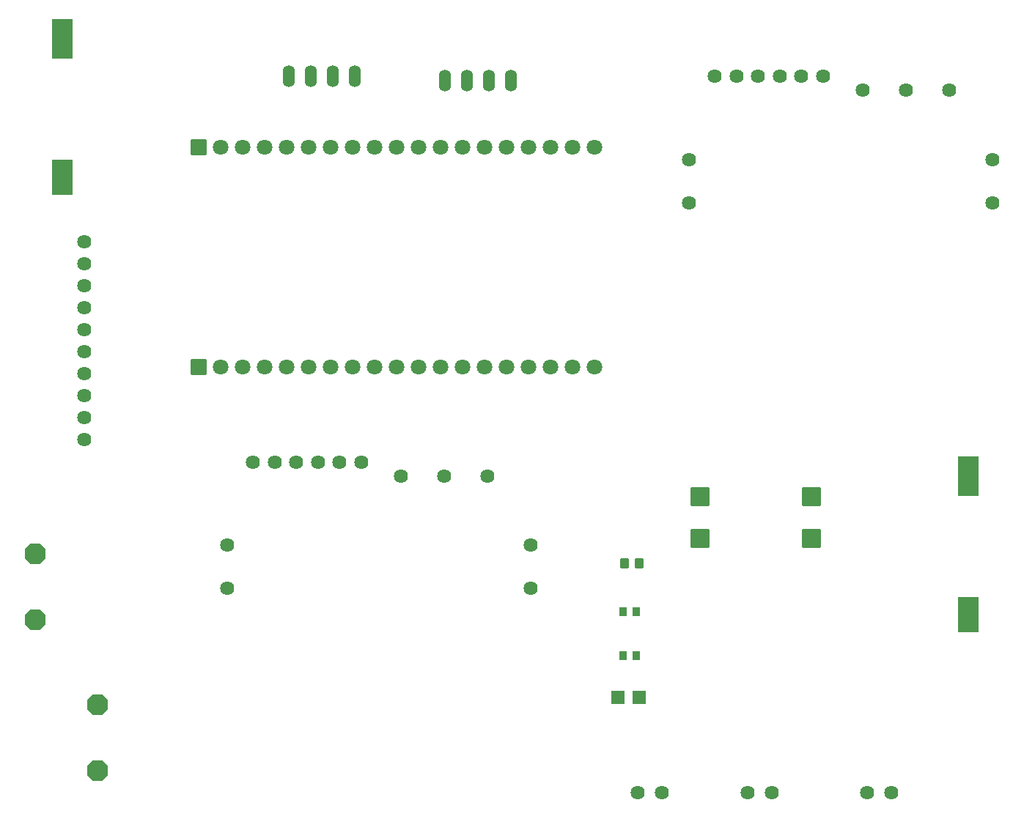
<source format=gts>
G04 Layer: TopSolderMaskLayer*
G04 EasyEDA v6.5.15, 2022-09-05 00:32:20*
G04 07c8b65852c84e1a800055945528140b,10*
G04 Gerber Generator version 0.2*
G04 Scale: 100 percent, Rotated: No, Reflected: No *
G04 Dimensions in millimeters *
G04 leading zeros omitted , absolute positions ,4 integer and 5 decimal *
%FSLAX45Y45*%
%MOMM*%

%AMMACRO1*1,1,$1,$2,$3*1,1,$1,$4,$5*1,1,$1,0-$2,0-$3*1,1,$1,0-$4,0-$5*20,1,$1,$2,$3,$4,$5,0*20,1,$1,$4,$5,0-$2,0-$3,0*20,1,$1,0-$2,0-$3,0-$4,0-$5,0*20,1,$1,0-$4,0-$5,$2,$3,0*4,1,4,$2,$3,$4,$5,0-$2,0-$3,0-$4,0-$5,$2,$3,0*%
%AMMACRO2*4,1,8,-0.508,-1.2243,-1.2243,-0.508,-1.2243,0.508,-0.508,1.2243,0.508,1.2243,1.2243,0.508,1.2243,-0.508,0.508,-1.2243,-0.508,-1.2243,0*%
%ADD10MACRO1,0.1X-1.15X-2X-1.15X2*%
%ADD11MACRO1,0.1X-1.15X-2.2X-1.15X2.2*%
%ADD12MACRO1,0.1016X0.75X-0.6794X-0.75X-0.6794*%
%ADD13MACRO1,0.1016X0.45X0.5X0.45X-0.5*%
%ADD14MACRO1,0.1016X-0.4032X-0.432X-0.4032X0.432*%
%ADD15MACRO1,0.1016X0.4032X-0.432X0.4032X0.432*%
%ADD16MACRO2*%
%ADD17C,1.8016*%
%ADD18MACRO1,0.1016X0.85X0.85X0.85X-0.85*%
%ADD19C,1.6256*%
%ADD20MACRO1,0.2032X-1X1X1X1*%
%ADD21O,1.39954X2.51968*%

%LPD*%
D10*
G01*
X2336800Y4191100D03*
D11*
G01*
X2336800Y5791099D03*
D10*
G01*
X12801600Y-863499D03*
D11*
G01*
X12801600Y736499D03*
D12*
G01*
X8994574Y-1821002D03*
G01*
X8754576Y-1821002D03*
D13*
G01*
X8997665Y-271602D03*
G01*
X8827665Y-271602D03*
D14*
G01*
X8962599Y-1338402D03*
D15*
G01*
X8811949Y-1338402D03*
D14*
G01*
X8962599Y-830402D03*
D15*
G01*
X8811949Y-830402D03*
D16*
G01*
X2743200Y-1905000D03*
G01*
X2743200Y-2667000D03*
G01*
X2019299Y-165100D03*
G01*
X2019299Y-927100D03*
D17*
G01*
X4165600Y4533900D03*
G01*
X4419600Y4533900D03*
G01*
X4673600Y4533900D03*
G01*
X4927600Y4533900D03*
G01*
X5181600Y4533900D03*
G01*
X5435600Y4533900D03*
G01*
X5689600Y4533900D03*
G01*
X5943600Y4533900D03*
G01*
X6197600Y4533900D03*
G01*
X6451600Y4533900D03*
G01*
X6705600Y4533900D03*
G01*
X6959600Y4533900D03*
G01*
X7213600Y4533900D03*
G01*
X7467600Y4533900D03*
G01*
X7721600Y4533900D03*
G01*
X4419600Y1993900D03*
G01*
X4673600Y1993900D03*
G01*
X4927600Y1993900D03*
G01*
X5181600Y1993900D03*
G01*
X5435600Y1993900D03*
G01*
X5689600Y1993900D03*
G01*
X5943600Y1993900D03*
G01*
X6197600Y1993900D03*
G01*
X6451600Y1993900D03*
G01*
X6705600Y1993900D03*
G01*
X6959600Y1993900D03*
G01*
X7213600Y1993900D03*
G01*
X7467600Y1993900D03*
G01*
X7721600Y1993900D03*
G01*
X4165600Y1993900D03*
G01*
X7975600Y4533900D03*
G01*
X8229600Y4533900D03*
D18*
G01*
X3911600Y4533887D03*
G01*
X3911600Y1993887D03*
D17*
G01*
X7975600Y1993900D03*
G01*
X8229600Y1993900D03*
G01*
X8483600Y4533900D03*
G01*
X8483600Y1993900D03*
D19*
G01*
X4238091Y-64312D03*
G01*
X4238091Y-564311D03*
G01*
X7748092Y-64312D03*
G01*
X7748092Y-564311D03*
G01*
X7248093Y735711D03*
G01*
X6748094Y735711D03*
G01*
X6248095Y735711D03*
G01*
X4538090Y895705D03*
G01*
X4788103Y895705D03*
G01*
X5038090Y895705D03*
G01*
X5288102Y895705D03*
G01*
X5538088Y895705D03*
G01*
X5788101Y895705D03*
G01*
X9572091Y4393387D03*
G01*
X9572091Y3893388D03*
G01*
X13082092Y4393387D03*
G01*
X13082092Y3893388D03*
G01*
X12582093Y5193411D03*
G01*
X12082094Y5193411D03*
G01*
X11582095Y5193411D03*
G01*
X9872090Y5353405D03*
G01*
X10122103Y5353405D03*
G01*
X10372090Y5353405D03*
G01*
X10622102Y5353405D03*
G01*
X10872088Y5353405D03*
G01*
X11122101Y5353405D03*
G01*
X9258300Y-2921000D03*
G01*
X8978900Y-2921000D03*
G01*
X10528300Y-2921000D03*
G01*
X10248900Y-2921000D03*
G01*
X11912600Y-2920994D03*
G01*
X11633200Y-2920994D03*
D20*
G01*
X10985500Y12700D03*
G01*
X10985500Y495300D03*
G01*
X9702800Y495300D03*
G01*
X9702800Y12700D03*
D19*
G01*
X2590800Y2171700D03*
G01*
X2590800Y1917700D03*
G01*
X2590800Y1663700D03*
G01*
X2590800Y1409700D03*
G01*
X2590800Y1155700D03*
G01*
X2590800Y2425700D03*
G01*
X2590800Y2679700D03*
G01*
X2590800Y2933700D03*
G01*
X2590800Y3187700D03*
G01*
X2590800Y3441700D03*
D21*
G01*
X6756400Y5308600D03*
G01*
X7010400Y5308600D03*
G01*
X7264400Y5308600D03*
G01*
X7518400Y5308600D03*
G01*
X4953000Y5359400D03*
G01*
X5207000Y5359400D03*
G01*
X5461000Y5359400D03*
G01*
X5715000Y5359400D03*
M02*

</source>
